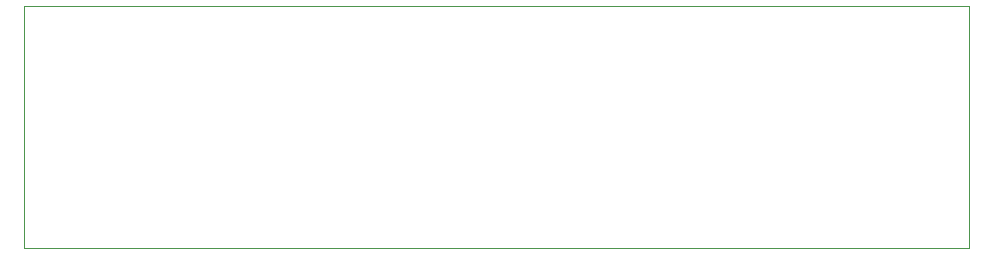
<source format=gbr>
%TF.GenerationSoftware,KiCad,Pcbnew,6.0.11+dfsg-1~bpo11+1*%
%TF.CreationDate,2023-04-14T13:04:02+02:00*%
%TF.ProjectId,IR-diode-general,49522d64-696f-4646-952d-67656e657261,rev?*%
%TF.SameCoordinates,Original*%
%TF.FileFunction,Other,ECO2*%
%FSLAX46Y46*%
G04 Gerber Fmt 4.6, Leading zero omitted, Abs format (unit mm)*
G04 Created by KiCad (PCBNEW 6.0.11+dfsg-1~bpo11+1) date 2023-04-14 13:04:02 commit 5e22265*
%MOMM*%
%LPD*%
G01*
G04 APERTURE LIST*
%TA.AperFunction,Profile*%
%ADD10C,0.100000*%
%TD*%
G04 APERTURE END LIST*
D10*
X85000000Y-40500000D02*
X165000000Y-40500000D01*
X165000000Y-40500000D02*
X165000000Y-61000000D01*
X165000000Y-61000000D02*
X85000000Y-61000000D01*
X85000000Y-61000000D02*
X85000000Y-40500000D01*
M02*

</source>
